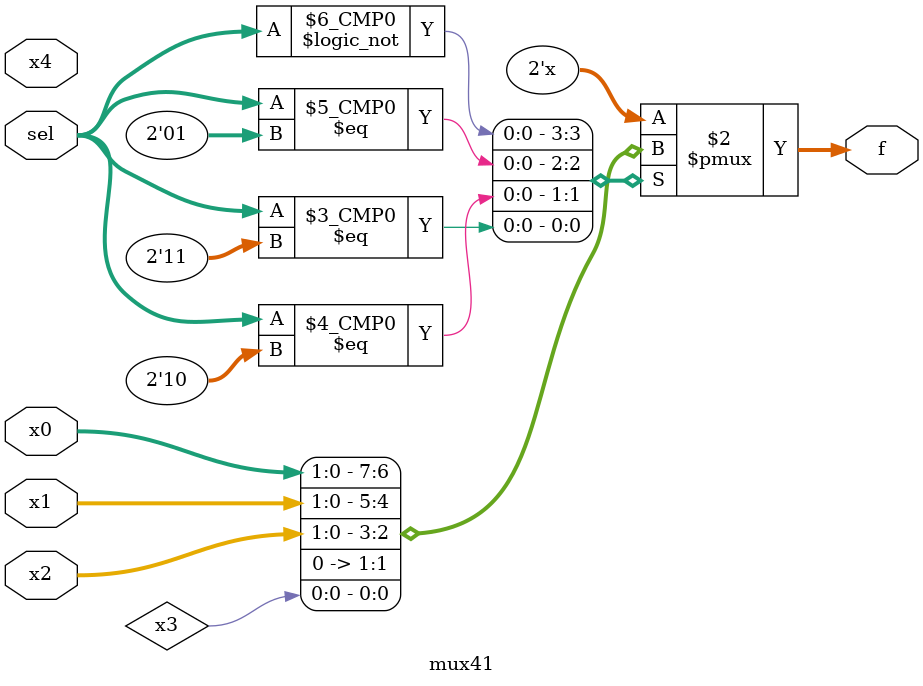
<source format=v>
module mux41(
    input [1:0] sel,
    input [1:0] x0,x1,x2,x4,
    output reg [1:0] f
);
always@(*)begin
    case(sel)
    2'b00:f=x0;
    2'b01:f=x1;
    2'b10:f=x2;
    2'b11:f=x3;
    default:f=x0;
    endcase
end
endmodule

</source>
